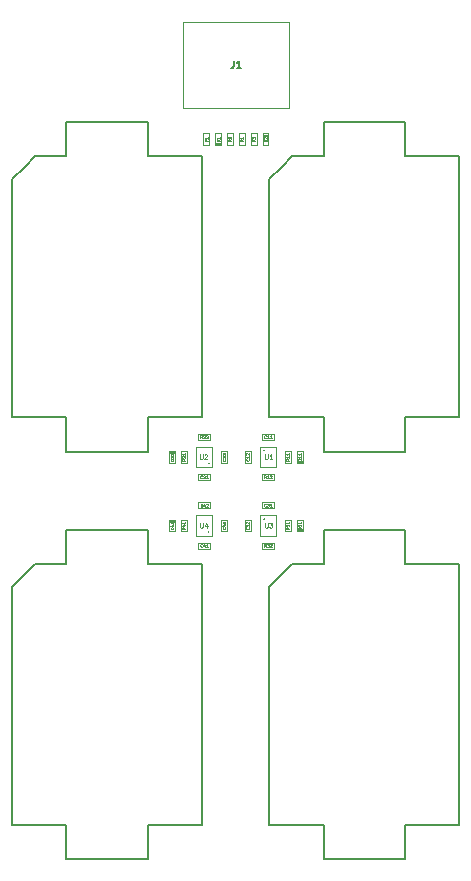
<source format=gbr>
G04 #@! TF.GenerationSoftware,KiCad,Pcbnew,(5.1.5-0-10_14)*
G04 #@! TF.CreationDate,2020-06-19T22:14:24+03:00*
G04 #@! TF.ProjectId,Rev.1,5265762e-312e-46b6-9963-61645f706362,1*
G04 #@! TF.SameCoordinates,PX839b680PY839b680*
G04 #@! TF.FileFunction,Other,Fab,Top*
%FSLAX46Y46*%
G04 Gerber Fmt 4.6, Leading zero omitted, Abs format (unit mm)*
G04 Created by KiCad (PCBNEW (5.1.5-0-10_14)) date 2020-06-19 22:14:24*
%MOMM*%
%LPD*%
G04 APERTURE LIST*
%ADD10C,0.100000*%
%ADD11C,0.200000*%
%ADD12C,0.150000*%
%ADD13C,0.062500*%
%ADD14C,0.040000*%
G04 APERTURE END LIST*
D10*
X17950000Y31450000D02*
X17950000Y33150000D01*
X17950000Y33150000D02*
X16650000Y33150000D01*
X16650000Y33150000D02*
X16650000Y31450000D01*
X16650000Y31450000D02*
X17950000Y31450000D01*
D11*
X17700000Y31750000D02*
G75*
G03X17700000Y31750000I-50000J0D01*
G01*
X22400000Y32850000D02*
G75*
G03X22400000Y32850000I-50000J0D01*
G01*
D10*
X23350000Y33150000D02*
X22050000Y33150000D01*
X23350000Y31450000D02*
X23350000Y33150000D01*
X22050000Y31450000D02*
X23350000Y31450000D01*
X22050000Y33150000D02*
X22050000Y31450000D01*
D11*
X17700000Y37550000D02*
G75*
G03X17700000Y37550000I-50000J0D01*
G01*
D10*
X16650000Y37250000D02*
X17950000Y37250000D01*
X16650000Y38950000D02*
X16650000Y37250000D01*
X17950000Y38950000D02*
X16650000Y38950000D01*
X17950000Y37250000D02*
X17950000Y38950000D01*
X22050000Y38950000D02*
X22050000Y37250000D01*
X22050000Y37250000D02*
X23350000Y37250000D01*
X23350000Y37250000D02*
X23350000Y38950000D01*
X23350000Y38950000D02*
X22050000Y38950000D01*
D11*
X22400000Y38650000D02*
G75*
G03X22400000Y38650000I-50000J0D01*
G01*
D12*
X22818161Y6950000D02*
X27418161Y6950000D01*
X24768161Y29050000D02*
X27418161Y29050000D01*
X27418161Y31950000D02*
X34318161Y31950000D01*
X34318161Y29050000D02*
X34318161Y31950000D01*
X27418161Y29050000D02*
X27418161Y31950000D01*
X34318161Y6950000D02*
X34318161Y4050000D01*
X27418161Y6950000D02*
X27418161Y4050000D01*
X34318161Y4050000D02*
X27418161Y4050000D01*
X24768161Y29050000D02*
X23868161Y28150000D01*
X23868161Y28150000D02*
X22818161Y27100000D01*
X38918161Y29050000D02*
X34318161Y29050000D01*
X22818161Y6950000D02*
X22818161Y17000000D01*
X38918161Y6950000D02*
X34318161Y6950000D01*
X22818161Y17000000D02*
X22818161Y27100000D01*
X38918161Y9000000D02*
X38918161Y6950000D01*
X38918161Y19050000D02*
X38918161Y9000000D01*
X38918161Y29050000D02*
X38918161Y19050000D01*
X1050000Y41450000D02*
X5650000Y41450000D01*
X3000000Y63550000D02*
X5650000Y63550000D01*
X5650000Y66450000D02*
X12550000Y66450000D01*
X12550000Y63550000D02*
X12550000Y66450000D01*
X5650000Y63550000D02*
X5650000Y66450000D01*
X12550000Y41450000D02*
X12550000Y38550000D01*
X5650000Y41450000D02*
X5650000Y38550000D01*
X12550000Y38550000D02*
X5650000Y38550000D01*
X3000000Y63550000D02*
X2100000Y62650000D01*
X2100000Y62650000D02*
X1050000Y61600000D01*
X17150000Y63550000D02*
X12550000Y63550000D01*
X1050000Y41450000D02*
X1050000Y51500000D01*
X17150000Y41450000D02*
X12550000Y41450000D01*
X1050000Y51500000D02*
X1050000Y61600000D01*
X17150000Y43500000D02*
X17150000Y41450000D01*
X17150000Y53550000D02*
X17150000Y43500000D01*
X17150000Y63550000D02*
X17150000Y53550000D01*
X38918161Y63550000D02*
X38918161Y53550000D01*
X38918161Y53550000D02*
X38918161Y43500000D01*
X38918161Y43500000D02*
X38918161Y41450000D01*
X22818161Y51500000D02*
X22818161Y61600000D01*
X38918161Y41450000D02*
X34318161Y41450000D01*
X22818161Y41450000D02*
X22818161Y51500000D01*
X38918161Y63550000D02*
X34318161Y63550000D01*
X23868161Y62650000D02*
X22818161Y61600000D01*
X24768161Y63550000D02*
X23868161Y62650000D01*
X34318161Y38550000D02*
X27418161Y38550000D01*
X27418161Y41450000D02*
X27418161Y38550000D01*
X34318161Y41450000D02*
X34318161Y38550000D01*
X27418161Y63550000D02*
X27418161Y66450000D01*
X34318161Y63550000D02*
X34318161Y66450000D01*
X27418161Y66450000D02*
X34318161Y66450000D01*
X24768161Y63550000D02*
X27418161Y63550000D01*
X22818161Y41450000D02*
X27418161Y41450000D01*
D10*
X23200000Y40050000D02*
X23200000Y39550000D01*
X23200000Y39550000D02*
X22200000Y39550000D01*
X22200000Y39550000D02*
X22200000Y40050000D01*
X22200000Y40050000D02*
X23200000Y40050000D01*
X20750000Y37600000D02*
X20750000Y38600000D01*
X21250000Y37600000D02*
X20750000Y37600000D01*
X21250000Y38600000D02*
X21250000Y37600000D01*
X20750000Y38600000D02*
X21250000Y38600000D01*
X17800000Y30350000D02*
X16800000Y30350000D01*
X17800000Y30850000D02*
X17800000Y30350000D01*
X16800000Y30850000D02*
X17800000Y30850000D01*
X16800000Y30350000D02*
X16800000Y30850000D01*
X19250000Y31800000D02*
X18750000Y31800000D01*
X18750000Y31800000D02*
X18750000Y32800000D01*
X18750000Y32800000D02*
X19250000Y32800000D01*
X19250000Y32800000D02*
X19250000Y31800000D01*
X22200000Y34250000D02*
X23200000Y34250000D01*
X22200000Y33750000D02*
X22200000Y34250000D01*
X23200000Y33750000D02*
X22200000Y33750000D01*
X23200000Y34250000D02*
X23200000Y33750000D01*
X20750000Y32800000D02*
X21250000Y32800000D01*
X21250000Y32800000D02*
X21250000Y31800000D01*
X21250000Y31800000D02*
X20750000Y31800000D01*
X20750000Y31800000D02*
X20750000Y32800000D01*
X24470000Y67650000D02*
X15530000Y67650000D01*
X24470000Y67650000D02*
X24470000Y74950000D01*
X24470000Y74950000D02*
X15530000Y74950000D01*
X15530000Y67650000D02*
X15530000Y74950000D01*
X17750000Y64500000D02*
X17250000Y64500000D01*
X17250000Y64500000D02*
X17250000Y65500000D01*
X17250000Y65500000D02*
X17750000Y65500000D01*
X17750000Y65500000D02*
X17750000Y64500000D01*
X18750000Y64700000D02*
X18250000Y64700000D01*
X18750000Y64600000D02*
X18250000Y64600000D01*
X18750000Y65500000D02*
X18750000Y64500000D01*
X18250000Y65500000D02*
X18750000Y65500000D01*
X18250000Y64500000D02*
X18250000Y65500000D01*
X18750000Y64500000D02*
X18250000Y64500000D01*
X19750000Y65500000D02*
X19750000Y64500000D01*
X19250000Y65500000D02*
X19750000Y65500000D01*
X19250000Y64500000D02*
X19250000Y65500000D01*
X19750000Y64500000D02*
X19250000Y64500000D01*
X20750000Y64500000D02*
X20250000Y64500000D01*
X20250000Y64500000D02*
X20250000Y65500000D01*
X20250000Y65500000D02*
X20750000Y65500000D01*
X20750000Y65500000D02*
X20750000Y64500000D01*
X21750000Y64500000D02*
X21250000Y64500000D01*
X21250000Y64500000D02*
X21250000Y65500000D01*
X21250000Y65500000D02*
X21750000Y65500000D01*
X21750000Y65500000D02*
X21750000Y64500000D01*
X22250000Y65500000D02*
X22750000Y65500000D01*
X22750000Y65500000D02*
X22750000Y64500000D01*
X22750000Y64500000D02*
X22250000Y64500000D01*
X22250000Y64500000D02*
X22250000Y65500000D01*
X22250000Y65400000D02*
X22750000Y65400000D01*
X22250000Y65300000D02*
X22750000Y65300000D01*
X16800000Y36150000D02*
X16800000Y36650000D01*
X16800000Y36650000D02*
X17800000Y36650000D01*
X17800000Y36650000D02*
X17800000Y36150000D01*
X17800000Y36150000D02*
X16800000Y36150000D01*
X19250000Y38600000D02*
X19250000Y37600000D01*
X18750000Y38600000D02*
X19250000Y38600000D01*
X18750000Y37600000D02*
X18750000Y38600000D01*
X19250000Y37600000D02*
X18750000Y37600000D01*
X22200000Y30850000D02*
X23200000Y30850000D01*
X22200000Y30350000D02*
X22200000Y30850000D01*
X23200000Y30350000D02*
X22200000Y30350000D01*
X23200000Y30850000D02*
X23200000Y30350000D01*
X22200000Y36650000D02*
X23200000Y36650000D01*
X22200000Y36150000D02*
X22200000Y36650000D01*
X23200000Y36150000D02*
X22200000Y36150000D01*
X23200000Y36650000D02*
X23200000Y36150000D01*
X17815000Y33750000D02*
X16815000Y33750000D01*
X17815000Y34250000D02*
X17815000Y33750000D01*
X16815000Y34250000D02*
X17815000Y34250000D01*
X16815000Y33750000D02*
X16815000Y34250000D01*
X16800000Y39550000D02*
X16800000Y40050000D01*
X16800000Y40050000D02*
X17800000Y40050000D01*
X17800000Y40050000D02*
X17800000Y39550000D01*
X17800000Y39550000D02*
X16800000Y39550000D01*
X24650000Y37600000D02*
X24150000Y37600000D01*
X24150000Y37600000D02*
X24150000Y38600000D01*
X24150000Y38600000D02*
X24650000Y38600000D01*
X24650000Y38600000D02*
X24650000Y37600000D01*
X24650000Y31800000D02*
X24150000Y31800000D01*
X24150000Y31800000D02*
X24150000Y32800000D01*
X24150000Y32800000D02*
X24650000Y32800000D01*
X24650000Y32800000D02*
X24650000Y31800000D01*
X15350000Y32800000D02*
X15850000Y32800000D01*
X15850000Y32800000D02*
X15850000Y31800000D01*
X15850000Y31800000D02*
X15350000Y31800000D01*
X15350000Y31800000D02*
X15350000Y32800000D01*
X15350000Y37600000D02*
X15350000Y38600000D01*
X15850000Y37600000D02*
X15350000Y37600000D01*
X15850000Y38600000D02*
X15850000Y37600000D01*
X15350000Y38600000D02*
X15850000Y38600000D01*
X25650000Y31800000D02*
X25150000Y31800000D01*
X25150000Y31800000D02*
X25150000Y32800000D01*
X25150000Y32800000D02*
X25650000Y32800000D01*
X25650000Y32800000D02*
X25650000Y31800000D01*
X25650000Y31900000D02*
X25150000Y31900000D01*
X25650000Y32000000D02*
X25150000Y32000000D01*
X14350000Y32800000D02*
X14850000Y32800000D01*
X14850000Y32800000D02*
X14850000Y31800000D01*
X14850000Y31800000D02*
X14350000Y31800000D01*
X14350000Y31800000D02*
X14350000Y32800000D01*
X14350000Y32700000D02*
X14850000Y32700000D01*
X14350000Y32600000D02*
X14850000Y32600000D01*
X25650000Y37800000D02*
X25150000Y37800000D01*
X25650000Y37700000D02*
X25150000Y37700000D01*
X25650000Y38600000D02*
X25650000Y37600000D01*
X25150000Y38600000D02*
X25650000Y38600000D01*
X25150000Y37600000D02*
X25150000Y38600000D01*
X25650000Y37600000D02*
X25150000Y37600000D01*
X14350000Y38400000D02*
X14850000Y38400000D01*
X14350000Y38500000D02*
X14850000Y38500000D01*
X14350000Y37600000D02*
X14350000Y38600000D01*
X14850000Y37600000D02*
X14350000Y37600000D01*
X14850000Y38600000D02*
X14850000Y37600000D01*
X14350000Y38600000D02*
X14850000Y38600000D01*
D12*
X17150000Y29050000D02*
X17150000Y19050000D01*
X17150000Y19050000D02*
X17150000Y9000000D01*
X17150000Y9000000D02*
X17150000Y6950000D01*
X1050000Y17000000D02*
X1050000Y27100000D01*
X17150000Y6950000D02*
X12550000Y6950000D01*
X1050000Y6950000D02*
X1050000Y17000000D01*
X17150000Y29050000D02*
X12550000Y29050000D01*
X2100000Y28150000D02*
X1050000Y27100000D01*
X3000000Y29050000D02*
X2100000Y28150000D01*
X12550000Y4050000D02*
X5650000Y4050000D01*
X5650000Y6950000D02*
X5650000Y4050000D01*
X12550000Y6950000D02*
X12550000Y4050000D01*
X5650000Y29050000D02*
X5650000Y31950000D01*
X12550000Y29050000D02*
X12550000Y31950000D01*
X5650000Y31950000D02*
X12550000Y31950000D01*
X3000000Y29050000D02*
X5650000Y29050000D01*
X1050000Y6950000D02*
X5650000Y6950000D01*
D13*
X16945238Y32519048D02*
X16945238Y32195239D01*
X16964285Y32157143D01*
X16983333Y32138096D01*
X17021428Y32119048D01*
X17097619Y32119048D01*
X17135714Y32138096D01*
X17154761Y32157143D01*
X17173809Y32195239D01*
X17173809Y32519048D01*
X17535714Y32385715D02*
X17535714Y32119048D01*
X17440476Y32538096D02*
X17345238Y32252381D01*
X17592857Y32252381D01*
X22445238Y32519048D02*
X22445238Y32195239D01*
X22464285Y32157143D01*
X22483333Y32138096D01*
X22521428Y32119048D01*
X22597619Y32119048D01*
X22635714Y32138096D01*
X22654761Y32157143D01*
X22673809Y32195239D01*
X22673809Y32519048D01*
X22826190Y32519048D02*
X23073809Y32519048D01*
X22940476Y32366667D01*
X22997619Y32366667D01*
X23035714Y32347620D01*
X23054761Y32328572D01*
X23073809Y32290477D01*
X23073809Y32195239D01*
X23054761Y32157143D01*
X23035714Y32138096D01*
X22997619Y32119048D01*
X22883333Y32119048D01*
X22845238Y32138096D01*
X22826190Y32157143D01*
X16945238Y38319048D02*
X16945238Y37995239D01*
X16964285Y37957143D01*
X16983333Y37938096D01*
X17021428Y37919048D01*
X17097619Y37919048D01*
X17135714Y37938096D01*
X17154761Y37957143D01*
X17173809Y37995239D01*
X17173809Y38319048D01*
X17345238Y38280953D02*
X17364285Y38300000D01*
X17402380Y38319048D01*
X17497619Y38319048D01*
X17535714Y38300000D01*
X17554761Y38280953D01*
X17573809Y38242858D01*
X17573809Y38204762D01*
X17554761Y38147620D01*
X17326190Y37919048D01*
X17573809Y37919048D01*
X22445238Y38319048D02*
X22445238Y37995239D01*
X22464285Y37957143D01*
X22483333Y37938096D01*
X22521428Y37919048D01*
X22597619Y37919048D01*
X22635714Y37938096D01*
X22654761Y37957143D01*
X22673809Y37995239D01*
X22673809Y38319048D01*
X23073809Y37919048D02*
X22845238Y37919048D01*
X22959523Y37919048D02*
X22959523Y38319048D01*
X22921428Y38261905D01*
X22883333Y38223810D01*
X22845238Y38204762D01*
D14*
X22539285Y39710715D02*
X22527380Y39698810D01*
X22491666Y39686905D01*
X22467857Y39686905D01*
X22432142Y39698810D01*
X22408333Y39722620D01*
X22396428Y39746429D01*
X22384523Y39794048D01*
X22384523Y39829762D01*
X22396428Y39877381D01*
X22408333Y39901191D01*
X22432142Y39925000D01*
X22467857Y39936905D01*
X22491666Y39936905D01*
X22527380Y39925000D01*
X22539285Y39913096D01*
X22777380Y39686905D02*
X22634523Y39686905D01*
X22705952Y39686905D02*
X22705952Y39936905D01*
X22682142Y39901191D01*
X22658333Y39877381D01*
X22634523Y39865477D01*
X23015476Y39686905D02*
X22872619Y39686905D01*
X22944047Y39686905D02*
X22944047Y39936905D01*
X22920238Y39901191D01*
X22896428Y39877381D01*
X22872619Y39865477D01*
X21089285Y37939286D02*
X21101190Y37927381D01*
X21113095Y37891667D01*
X21113095Y37867858D01*
X21101190Y37832143D01*
X21077380Y37808334D01*
X21053571Y37796429D01*
X21005952Y37784524D01*
X20970238Y37784524D01*
X20922619Y37796429D01*
X20898809Y37808334D01*
X20875000Y37832143D01*
X20863095Y37867858D01*
X20863095Y37891667D01*
X20875000Y37927381D01*
X20886904Y37939286D01*
X21113095Y38177381D02*
X21113095Y38034524D01*
X21113095Y38105953D02*
X20863095Y38105953D01*
X20898809Y38082143D01*
X20922619Y38058334D01*
X20934523Y38034524D01*
X20886904Y38272620D02*
X20875000Y38284524D01*
X20863095Y38308334D01*
X20863095Y38367858D01*
X20875000Y38391667D01*
X20886904Y38403572D01*
X20910714Y38415477D01*
X20934523Y38415477D01*
X20970238Y38403572D01*
X21113095Y38260715D01*
X21113095Y38415477D01*
X17139285Y30510715D02*
X17127380Y30498810D01*
X17091666Y30486905D01*
X17067857Y30486905D01*
X17032142Y30498810D01*
X17008333Y30522620D01*
X16996428Y30546429D01*
X16984523Y30594048D01*
X16984523Y30629762D01*
X16996428Y30677381D01*
X17008333Y30701191D01*
X17032142Y30725000D01*
X17067857Y30736905D01*
X17091666Y30736905D01*
X17127380Y30725000D01*
X17139285Y30713096D01*
X17353571Y30653572D02*
X17353571Y30486905D01*
X17294047Y30748810D02*
X17234523Y30570239D01*
X17389285Y30570239D01*
X17615476Y30486905D02*
X17472619Y30486905D01*
X17544047Y30486905D02*
X17544047Y30736905D01*
X17520238Y30701191D01*
X17496428Y30677381D01*
X17472619Y30665477D01*
X19089285Y32139286D02*
X19101190Y32127381D01*
X19113095Y32091667D01*
X19113095Y32067858D01*
X19101190Y32032143D01*
X19077380Y32008334D01*
X19053571Y31996429D01*
X19005952Y31984524D01*
X18970238Y31984524D01*
X18922619Y31996429D01*
X18898809Y32008334D01*
X18875000Y32032143D01*
X18863095Y32067858D01*
X18863095Y32091667D01*
X18875000Y32127381D01*
X18886904Y32139286D01*
X18946428Y32353572D02*
X19113095Y32353572D01*
X18851190Y32294048D02*
X19029761Y32234524D01*
X19029761Y32389286D01*
X18886904Y32472620D02*
X18875000Y32484524D01*
X18863095Y32508334D01*
X18863095Y32567858D01*
X18875000Y32591667D01*
X18886904Y32603572D01*
X18910714Y32615477D01*
X18934523Y32615477D01*
X18970238Y32603572D01*
X19113095Y32460715D01*
X19113095Y32615477D01*
X22539285Y33910715D02*
X22527380Y33898810D01*
X22491666Y33886905D01*
X22467857Y33886905D01*
X22432142Y33898810D01*
X22408333Y33922620D01*
X22396428Y33946429D01*
X22384523Y33994048D01*
X22384523Y34029762D01*
X22396428Y34077381D01*
X22408333Y34101191D01*
X22432142Y34125000D01*
X22467857Y34136905D01*
X22491666Y34136905D01*
X22527380Y34125000D01*
X22539285Y34113096D01*
X22622619Y34136905D02*
X22777380Y34136905D01*
X22694047Y34041667D01*
X22729761Y34041667D01*
X22753571Y34029762D01*
X22765476Y34017858D01*
X22777380Y33994048D01*
X22777380Y33934524D01*
X22765476Y33910715D01*
X22753571Y33898810D01*
X22729761Y33886905D01*
X22658333Y33886905D01*
X22634523Y33898810D01*
X22622619Y33910715D01*
X23015476Y33886905D02*
X22872619Y33886905D01*
X22944047Y33886905D02*
X22944047Y34136905D01*
X22920238Y34101191D01*
X22896428Y34077381D01*
X22872619Y34065477D01*
X21089285Y32139286D02*
X21101190Y32127381D01*
X21113095Y32091667D01*
X21113095Y32067858D01*
X21101190Y32032143D01*
X21077380Y32008334D01*
X21053571Y31996429D01*
X21005952Y31984524D01*
X20970238Y31984524D01*
X20922619Y31996429D01*
X20898809Y32008334D01*
X20875000Y32032143D01*
X20863095Y32067858D01*
X20863095Y32091667D01*
X20875000Y32127381D01*
X20886904Y32139286D01*
X20863095Y32222620D02*
X20863095Y32377381D01*
X20958333Y32294048D01*
X20958333Y32329762D01*
X20970238Y32353572D01*
X20982142Y32365477D01*
X21005952Y32377381D01*
X21065476Y32377381D01*
X21089285Y32365477D01*
X21101190Y32353572D01*
X21113095Y32329762D01*
X21113095Y32258334D01*
X21101190Y32234524D01*
X21089285Y32222620D01*
X20886904Y32472620D02*
X20875000Y32484524D01*
X20863095Y32508334D01*
X20863095Y32567858D01*
X20875000Y32591667D01*
X20886904Y32603572D01*
X20910714Y32615477D01*
X20934523Y32615477D01*
X20970238Y32603572D01*
X21113095Y32460715D01*
X21113095Y32615477D01*
D12*
X19800000Y71628572D02*
X19800000Y71200000D01*
X19771428Y71114286D01*
X19714285Y71057143D01*
X19628571Y71028572D01*
X19571428Y71028572D01*
X20400000Y71028572D02*
X20057142Y71028572D01*
X20228571Y71028572D02*
X20228571Y71628572D01*
X20171428Y71542858D01*
X20114285Y71485715D01*
X20057142Y71457143D01*
D14*
X17482142Y64916667D02*
X17482142Y64833334D01*
X17613095Y64833334D02*
X17363095Y64833334D01*
X17363095Y64952381D01*
X17613095Y65178572D02*
X17613095Y65035715D01*
X17613095Y65107143D02*
X17363095Y65107143D01*
X17398809Y65083334D01*
X17422619Y65059524D01*
X17434523Y65035715D01*
X18613095Y64815477D02*
X18363095Y64815477D01*
X18363095Y64875000D01*
X18375000Y64910715D01*
X18398809Y64934524D01*
X18422619Y64946429D01*
X18470238Y64958334D01*
X18505952Y64958334D01*
X18553571Y64946429D01*
X18577380Y64934524D01*
X18601190Y64910715D01*
X18613095Y64875000D01*
X18613095Y64815477D01*
X18613095Y65196429D02*
X18613095Y65053572D01*
X18613095Y65125000D02*
X18363095Y65125000D01*
X18398809Y65101191D01*
X18422619Y65077381D01*
X18434523Y65053572D01*
X19613095Y64958334D02*
X19494047Y64875000D01*
X19613095Y64815477D02*
X19363095Y64815477D01*
X19363095Y64910715D01*
X19375000Y64934524D01*
X19386904Y64946429D01*
X19410714Y64958334D01*
X19446428Y64958334D01*
X19470238Y64946429D01*
X19482142Y64934524D01*
X19494047Y64910715D01*
X19494047Y64815477D01*
X19386904Y65053572D02*
X19375000Y65065477D01*
X19363095Y65089286D01*
X19363095Y65148810D01*
X19375000Y65172620D01*
X19386904Y65184524D01*
X19410714Y65196429D01*
X19434523Y65196429D01*
X19470238Y65184524D01*
X19613095Y65041667D01*
X19613095Y65196429D01*
X20613095Y64958334D02*
X20494047Y64875000D01*
X20613095Y64815477D02*
X20363095Y64815477D01*
X20363095Y64910715D01*
X20375000Y64934524D01*
X20386904Y64946429D01*
X20410714Y64958334D01*
X20446428Y64958334D01*
X20470238Y64946429D01*
X20482142Y64934524D01*
X20494047Y64910715D01*
X20494047Y64815477D01*
X20613095Y65196429D02*
X20613095Y65053572D01*
X20613095Y65125000D02*
X20363095Y65125000D01*
X20398809Y65101191D01*
X20422619Y65077381D01*
X20434523Y65053572D01*
X21613095Y64958334D02*
X21494047Y64875000D01*
X21613095Y64815477D02*
X21363095Y64815477D01*
X21363095Y64910715D01*
X21375000Y64934524D01*
X21386904Y64946429D01*
X21410714Y64958334D01*
X21446428Y64958334D01*
X21470238Y64946429D01*
X21482142Y64934524D01*
X21494047Y64910715D01*
X21494047Y64815477D01*
X21363095Y65041667D02*
X21363095Y65196429D01*
X21458333Y65113096D01*
X21458333Y65148810D01*
X21470238Y65172620D01*
X21482142Y65184524D01*
X21505952Y65196429D01*
X21565476Y65196429D01*
X21589285Y65184524D01*
X21601190Y65172620D01*
X21613095Y65148810D01*
X21613095Y65077381D01*
X21601190Y65053572D01*
X21589285Y65041667D01*
X22613095Y64815477D02*
X22363095Y64815477D01*
X22363095Y64875000D01*
X22375000Y64910715D01*
X22398809Y64934524D01*
X22422619Y64946429D01*
X22470238Y64958334D01*
X22505952Y64958334D01*
X22553571Y64946429D01*
X22577380Y64934524D01*
X22601190Y64910715D01*
X22613095Y64875000D01*
X22613095Y64815477D01*
X22386904Y65053572D02*
X22375000Y65065477D01*
X22363095Y65089286D01*
X22363095Y65148810D01*
X22375000Y65172620D01*
X22386904Y65184524D01*
X22410714Y65196429D01*
X22434523Y65196429D01*
X22470238Y65184524D01*
X22613095Y65041667D01*
X22613095Y65196429D01*
X17139285Y36310715D02*
X17127380Y36298810D01*
X17091666Y36286905D01*
X17067857Y36286905D01*
X17032142Y36298810D01*
X17008333Y36322620D01*
X16996428Y36346429D01*
X16984523Y36394048D01*
X16984523Y36429762D01*
X16996428Y36477381D01*
X17008333Y36501191D01*
X17032142Y36525000D01*
X17067857Y36536905D01*
X17091666Y36536905D01*
X17127380Y36525000D01*
X17139285Y36513096D01*
X17234523Y36513096D02*
X17246428Y36525000D01*
X17270238Y36536905D01*
X17329761Y36536905D01*
X17353571Y36525000D01*
X17365476Y36513096D01*
X17377380Y36489286D01*
X17377380Y36465477D01*
X17365476Y36429762D01*
X17222619Y36286905D01*
X17377380Y36286905D01*
X17615476Y36286905D02*
X17472619Y36286905D01*
X17544047Y36286905D02*
X17544047Y36536905D01*
X17520238Y36501191D01*
X17496428Y36477381D01*
X17472619Y36465477D01*
X19089285Y37939286D02*
X19101190Y37927381D01*
X19113095Y37891667D01*
X19113095Y37867858D01*
X19101190Y37832143D01*
X19077380Y37808334D01*
X19053571Y37796429D01*
X19005952Y37784524D01*
X18970238Y37784524D01*
X18922619Y37796429D01*
X18898809Y37808334D01*
X18875000Y37832143D01*
X18863095Y37867858D01*
X18863095Y37891667D01*
X18875000Y37927381D01*
X18886904Y37939286D01*
X18886904Y38034524D02*
X18875000Y38046429D01*
X18863095Y38070239D01*
X18863095Y38129762D01*
X18875000Y38153572D01*
X18886904Y38165477D01*
X18910714Y38177381D01*
X18934523Y38177381D01*
X18970238Y38165477D01*
X19113095Y38022620D01*
X19113095Y38177381D01*
X18886904Y38272620D02*
X18875000Y38284524D01*
X18863095Y38308334D01*
X18863095Y38367858D01*
X18875000Y38391667D01*
X18886904Y38403572D01*
X18910714Y38415477D01*
X18934523Y38415477D01*
X18970238Y38403572D01*
X19113095Y38260715D01*
X19113095Y38415477D01*
X22539285Y30486905D02*
X22455952Y30605953D01*
X22396428Y30486905D02*
X22396428Y30736905D01*
X22491666Y30736905D01*
X22515476Y30725000D01*
X22527380Y30713096D01*
X22539285Y30689286D01*
X22539285Y30653572D01*
X22527380Y30629762D01*
X22515476Y30617858D01*
X22491666Y30605953D01*
X22396428Y30605953D01*
X22622619Y30736905D02*
X22777380Y30736905D01*
X22694047Y30641667D01*
X22729761Y30641667D01*
X22753571Y30629762D01*
X22765476Y30617858D01*
X22777380Y30594048D01*
X22777380Y30534524D01*
X22765476Y30510715D01*
X22753571Y30498810D01*
X22729761Y30486905D01*
X22658333Y30486905D01*
X22634523Y30498810D01*
X22622619Y30510715D01*
X22872619Y30713096D02*
X22884523Y30725000D01*
X22908333Y30736905D01*
X22967857Y30736905D01*
X22991666Y30725000D01*
X23003571Y30713096D01*
X23015476Y30689286D01*
X23015476Y30665477D01*
X23003571Y30629762D01*
X22860714Y30486905D01*
X23015476Y30486905D01*
X22539285Y36286905D02*
X22455952Y36405953D01*
X22396428Y36286905D02*
X22396428Y36536905D01*
X22491666Y36536905D01*
X22515476Y36525000D01*
X22527380Y36513096D01*
X22539285Y36489286D01*
X22539285Y36453572D01*
X22527380Y36429762D01*
X22515476Y36417858D01*
X22491666Y36405953D01*
X22396428Y36405953D01*
X22777380Y36286905D02*
X22634523Y36286905D01*
X22705952Y36286905D02*
X22705952Y36536905D01*
X22682142Y36501191D01*
X22658333Y36477381D01*
X22634523Y36465477D01*
X22872619Y36513096D02*
X22884523Y36525000D01*
X22908333Y36536905D01*
X22967857Y36536905D01*
X22991666Y36525000D01*
X23003571Y36513096D01*
X23015476Y36489286D01*
X23015476Y36465477D01*
X23003571Y36429762D01*
X22860714Y36286905D01*
X23015476Y36286905D01*
X17154285Y33886905D02*
X17070952Y34005953D01*
X17011428Y33886905D02*
X17011428Y34136905D01*
X17106666Y34136905D01*
X17130476Y34125000D01*
X17142380Y34113096D01*
X17154285Y34089286D01*
X17154285Y34053572D01*
X17142380Y34029762D01*
X17130476Y34017858D01*
X17106666Y34005953D01*
X17011428Y34005953D01*
X17368571Y34053572D02*
X17368571Y33886905D01*
X17309047Y34148810D02*
X17249523Y33970239D01*
X17404285Y33970239D01*
X17487619Y34113096D02*
X17499523Y34125000D01*
X17523333Y34136905D01*
X17582857Y34136905D01*
X17606666Y34125000D01*
X17618571Y34113096D01*
X17630476Y34089286D01*
X17630476Y34065477D01*
X17618571Y34029762D01*
X17475714Y33886905D01*
X17630476Y33886905D01*
X17139285Y39686905D02*
X17055952Y39805953D01*
X16996428Y39686905D02*
X16996428Y39936905D01*
X17091666Y39936905D01*
X17115476Y39925000D01*
X17127380Y39913096D01*
X17139285Y39889286D01*
X17139285Y39853572D01*
X17127380Y39829762D01*
X17115476Y39817858D01*
X17091666Y39805953D01*
X16996428Y39805953D01*
X17234523Y39913096D02*
X17246428Y39925000D01*
X17270238Y39936905D01*
X17329761Y39936905D01*
X17353571Y39925000D01*
X17365476Y39913096D01*
X17377380Y39889286D01*
X17377380Y39865477D01*
X17365476Y39829762D01*
X17222619Y39686905D01*
X17377380Y39686905D01*
X17472619Y39913096D02*
X17484523Y39925000D01*
X17508333Y39936905D01*
X17567857Y39936905D01*
X17591666Y39925000D01*
X17603571Y39913096D01*
X17615476Y39889286D01*
X17615476Y39865477D01*
X17603571Y39829762D01*
X17460714Y39686905D01*
X17615476Y39686905D01*
X24513095Y37939286D02*
X24394047Y37855953D01*
X24513095Y37796429D02*
X24263095Y37796429D01*
X24263095Y37891667D01*
X24275000Y37915477D01*
X24286904Y37927381D01*
X24310714Y37939286D01*
X24346428Y37939286D01*
X24370238Y37927381D01*
X24382142Y37915477D01*
X24394047Y37891667D01*
X24394047Y37796429D01*
X24513095Y38177381D02*
X24513095Y38034524D01*
X24513095Y38105953D02*
X24263095Y38105953D01*
X24298809Y38082143D01*
X24322619Y38058334D01*
X24334523Y38034524D01*
X24513095Y38415477D02*
X24513095Y38272620D01*
X24513095Y38344048D02*
X24263095Y38344048D01*
X24298809Y38320239D01*
X24322619Y38296429D01*
X24334523Y38272620D01*
X24513095Y32139286D02*
X24394047Y32055953D01*
X24513095Y31996429D02*
X24263095Y31996429D01*
X24263095Y32091667D01*
X24275000Y32115477D01*
X24286904Y32127381D01*
X24310714Y32139286D01*
X24346428Y32139286D01*
X24370238Y32127381D01*
X24382142Y32115477D01*
X24394047Y32091667D01*
X24394047Y31996429D01*
X24263095Y32222620D02*
X24263095Y32377381D01*
X24358333Y32294048D01*
X24358333Y32329762D01*
X24370238Y32353572D01*
X24382142Y32365477D01*
X24405952Y32377381D01*
X24465476Y32377381D01*
X24489285Y32365477D01*
X24501190Y32353572D01*
X24513095Y32329762D01*
X24513095Y32258334D01*
X24501190Y32234524D01*
X24489285Y32222620D01*
X24513095Y32615477D02*
X24513095Y32472620D01*
X24513095Y32544048D02*
X24263095Y32544048D01*
X24298809Y32520239D01*
X24322619Y32496429D01*
X24334523Y32472620D01*
X15713095Y32139286D02*
X15594047Y32055953D01*
X15713095Y31996429D02*
X15463095Y31996429D01*
X15463095Y32091667D01*
X15475000Y32115477D01*
X15486904Y32127381D01*
X15510714Y32139286D01*
X15546428Y32139286D01*
X15570238Y32127381D01*
X15582142Y32115477D01*
X15594047Y32091667D01*
X15594047Y31996429D01*
X15546428Y32353572D02*
X15713095Y32353572D01*
X15451190Y32294048D02*
X15629761Y32234524D01*
X15629761Y32389286D01*
X15713095Y32615477D02*
X15713095Y32472620D01*
X15713095Y32544048D02*
X15463095Y32544048D01*
X15498809Y32520239D01*
X15522619Y32496429D01*
X15534523Y32472620D01*
X15713095Y37939286D02*
X15594047Y37855953D01*
X15713095Y37796429D02*
X15463095Y37796429D01*
X15463095Y37891667D01*
X15475000Y37915477D01*
X15486904Y37927381D01*
X15510714Y37939286D01*
X15546428Y37939286D01*
X15570238Y37927381D01*
X15582142Y37915477D01*
X15594047Y37891667D01*
X15594047Y37796429D01*
X15486904Y38034524D02*
X15475000Y38046429D01*
X15463095Y38070239D01*
X15463095Y38129762D01*
X15475000Y38153572D01*
X15486904Y38165477D01*
X15510714Y38177381D01*
X15534523Y38177381D01*
X15570238Y38165477D01*
X15713095Y38022620D01*
X15713095Y38177381D01*
X15713095Y38415477D02*
X15713095Y38272620D01*
X15713095Y38344048D02*
X15463095Y38344048D01*
X15498809Y38320239D01*
X15522619Y38296429D01*
X15534523Y38272620D01*
X25513095Y31996429D02*
X25263095Y31996429D01*
X25263095Y32055953D01*
X25275000Y32091667D01*
X25298809Y32115477D01*
X25322619Y32127381D01*
X25370238Y32139286D01*
X25405952Y32139286D01*
X25453571Y32127381D01*
X25477380Y32115477D01*
X25501190Y32091667D01*
X25513095Y32055953D01*
X25513095Y31996429D01*
X25263095Y32222620D02*
X25263095Y32377381D01*
X25358333Y32294048D01*
X25358333Y32329762D01*
X25370238Y32353572D01*
X25382142Y32365477D01*
X25405952Y32377381D01*
X25465476Y32377381D01*
X25489285Y32365477D01*
X25501190Y32353572D01*
X25513095Y32329762D01*
X25513095Y32258334D01*
X25501190Y32234524D01*
X25489285Y32222620D01*
X25513095Y32615477D02*
X25513095Y32472620D01*
X25513095Y32544048D02*
X25263095Y32544048D01*
X25298809Y32520239D01*
X25322619Y32496429D01*
X25334523Y32472620D01*
X14713095Y31996429D02*
X14463095Y31996429D01*
X14463095Y32055953D01*
X14475000Y32091667D01*
X14498809Y32115477D01*
X14522619Y32127381D01*
X14570238Y32139286D01*
X14605952Y32139286D01*
X14653571Y32127381D01*
X14677380Y32115477D01*
X14701190Y32091667D01*
X14713095Y32055953D01*
X14713095Y31996429D01*
X14546428Y32353572D02*
X14713095Y32353572D01*
X14451190Y32294048D02*
X14629761Y32234524D01*
X14629761Y32389286D01*
X14713095Y32615477D02*
X14713095Y32472620D01*
X14713095Y32544048D02*
X14463095Y32544048D01*
X14498809Y32520239D01*
X14522619Y32496429D01*
X14534523Y32472620D01*
X25513095Y37796429D02*
X25263095Y37796429D01*
X25263095Y37855953D01*
X25275000Y37891667D01*
X25298809Y37915477D01*
X25322619Y37927381D01*
X25370238Y37939286D01*
X25405952Y37939286D01*
X25453571Y37927381D01*
X25477380Y37915477D01*
X25501190Y37891667D01*
X25513095Y37855953D01*
X25513095Y37796429D01*
X25513095Y38177381D02*
X25513095Y38034524D01*
X25513095Y38105953D02*
X25263095Y38105953D01*
X25298809Y38082143D01*
X25322619Y38058334D01*
X25334523Y38034524D01*
X25513095Y38415477D02*
X25513095Y38272620D01*
X25513095Y38344048D02*
X25263095Y38344048D01*
X25298809Y38320239D01*
X25322619Y38296429D01*
X25334523Y38272620D01*
X14713095Y37796429D02*
X14463095Y37796429D01*
X14463095Y37855953D01*
X14475000Y37891667D01*
X14498809Y37915477D01*
X14522619Y37927381D01*
X14570238Y37939286D01*
X14605952Y37939286D01*
X14653571Y37927381D01*
X14677380Y37915477D01*
X14701190Y37891667D01*
X14713095Y37855953D01*
X14713095Y37796429D01*
X14486904Y38034524D02*
X14475000Y38046429D01*
X14463095Y38070239D01*
X14463095Y38129762D01*
X14475000Y38153572D01*
X14486904Y38165477D01*
X14510714Y38177381D01*
X14534523Y38177381D01*
X14570238Y38165477D01*
X14713095Y38022620D01*
X14713095Y38177381D01*
X14713095Y38415477D02*
X14713095Y38272620D01*
X14713095Y38344048D02*
X14463095Y38344048D01*
X14498809Y38320239D01*
X14522619Y38296429D01*
X14534523Y38272620D01*
M02*

</source>
